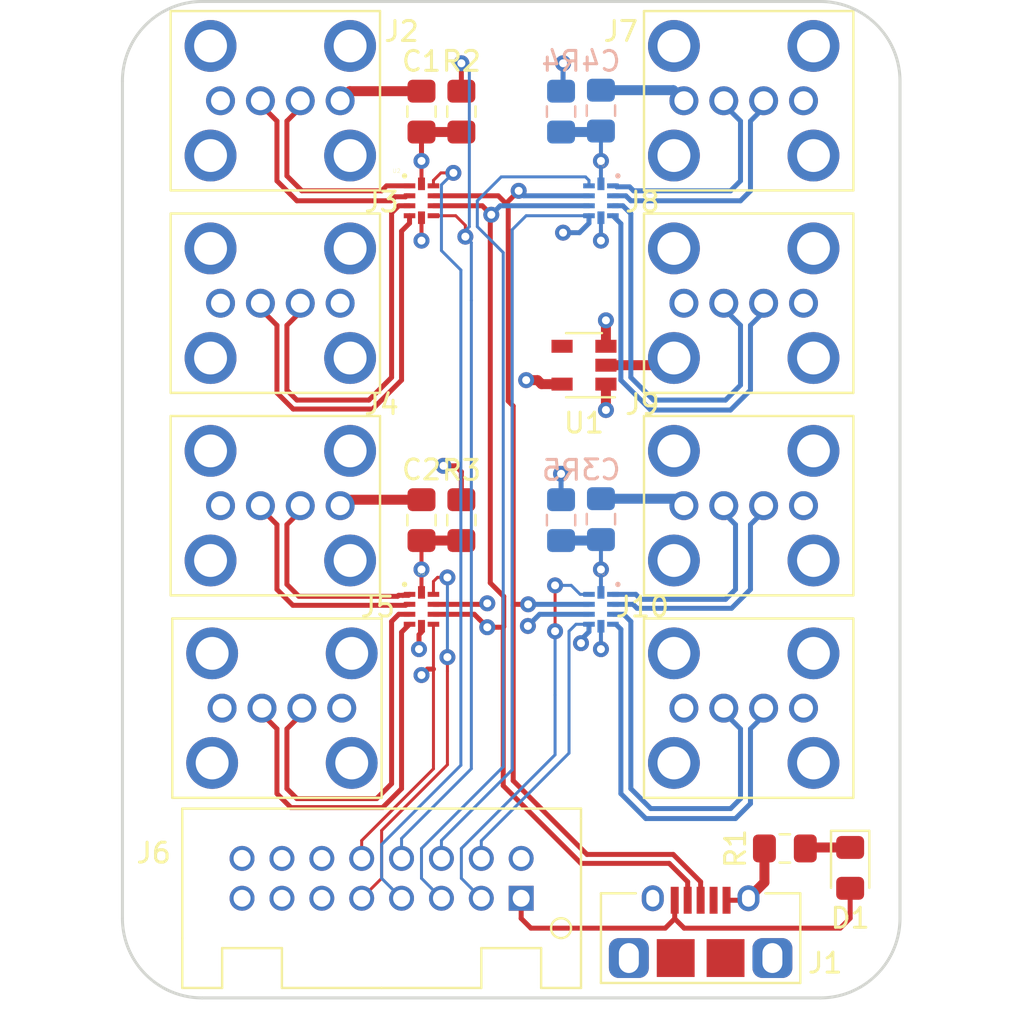
<source format=kicad_pcb>
(kicad_pcb (version 20171130) (host pcbnew "(5.1.0)-1")
  (layers (0 F.Cu signal) (1 In1.Cu signal hide) (2 In2.Cu signal) (31 B.Cu signal) (34 B.Paste user) (35 F.Paste user hide) (36 B.SilkS user) (37 F.SilkS user) (38 B.Mask user) (39 F.Mask user) (44 Edge.Cuts user))
  (net 0 "")
  (net 1 GND)
  (net 2 +3V3)
  (net 3 "Net-(D1-Pad1)")
  (net 4 +5V)
  (net 5 GlobalD+)
  (net 6 "Net-(J1-Pad4)")
  (net 7 GlobalD-)
  (net 8 "Net-(J2-Pad2)")
  (net 9 "Net-(J2-Pad3)")
  (net 10 "Net-(J3-Pad3)")
  (net 11 "Net-(J3-Pad2)")
  (net 12 "Net-(J4-Pad2)")
  (net 13 "Net-(J4-Pad3)")
  (net 14 "Net-(J5-Pad3)")
  (net 15 "Net-(J5-Pad2)")
  (net 16 Bank1Switch)
  (net 17 Bank2Switch)
  (net 18 Bank3Switch)
  (net 19 Bank4Switch)
  (net 20 "Net-(J6-Pad6)")
  (net 21 "Net-(J6-Pad7)")
  (net 22 "Net-(J6-Pad10)")
  (net 23 "Net-(J6-Pad11)")
  (net 24 Bank4OE)
  (net 25 Bank3OE)
  (net 26 Bank2OE)
  (net 27 Bank1OE)
  (net 28 "Net-(J7-Pad3)")
  (net 29 "Net-(J7-Pad2)")
  (net 30 "Net-(J8-Pad2)")
  (net 31 "Net-(J8-Pad3)")
  (net 32 "Net-(J9-Pad2)")
  (net 33 "Net-(J9-Pad3)")
  (net 34 "Net-(J10-Pad3)")
  (net 35 "Net-(J10-Pad2)")
  (net 36 "Net-(U1-Pad4)")
  (module USB:Amphenol-MicroB (layer F.Cu) (at 139 137)
    (fp_text reference J1 (at 6.25 0.25) (layer F.SilkS))
    (fp_text value USB_B_Micro)
    (pad 6 smd rect (at -1.25 0) (size 1.9 1.9) (layers F.Cu F.Paste F.Mask))
    (pad 6 smd rect (at 1.25 0) (size 1.9 1.9) (layers F.Cu F.Paste F.Mask))
    (pad 6 thru_hole roundrect (at -3.6 0) (size 2 2) (drill oval 1 1.5) (layers *.Cu *.Mask))
    (pad 6 thru_hole roundrect (at 3.6 0) (size 2 2) (drill oval 1 1.5) (layers *.Cu *.Mask))
    (pad 3 smd rect (at 0 -2.9) (size 0.4 1.35) (layers F.Cu F.Paste F.Mask) (net 5 GlobalD+))
    (pad 4 smd rect (at 0.65 -2.9) (size 0.4 1.35) (layers F.Cu F.Paste F.Mask) (net 6 "Net-(J1-Pad4)"))
    (pad 5 smd rect (at 1.3 -2.9) (size 0.4 1.35) (layers F.Cu F.Paste F.Mask) (net 1 GND))
    (pad 2 smd rect (at -0.65 -2.9) (size 0.4 1.35) (layers F.Cu F.Paste F.Mask) (net 7 GlobalD-))
    (pad 1 smd rect (at -1.3 -2.9) (size 0.4 1.35) (layers F.Cu F.Paste F.Mask) (net 4 +5V))
    (pad 6 thru_hole oval (at -2.4 -3) (size 1.1 1.3) (drill oval 0.65 0.85) (layers *.Cu *.Mask))
    (pad 6 thru_hole oval (at 2.4 -3) (size 1.1 1.3) (drill oval 0.65 0.85) (layers *.Cu *.Mask))
  )
  (module TS3USB221A:QFN-10-RSE (layer F.Cu) (at 125 99)
    (fp_text reference U2 (at -1.25 -1.5) (layer F.SilkS) (effects (font (size 0.200088 0.200088) (thickness 0.015))))
    (fp_text value TS3USB221A)
    (pad 1 smd rect (at -0.6 -0.75) (size 0.58 0.25) (layers F.Cu F.Paste F.Mask) (net 9 "Net-(J2-Pad3)"))
    (pad 2 smd rect (at -0.6 -0.25) (size 0.58 0.25) (layers F.Cu F.Paste F.Mask) (net 8 "Net-(J2-Pad2)"))
    (pad 3 smd rect (at -0.6 0.25) (size 0.58 0.25) (layers F.Cu F.Paste F.Mask) (net 10 "Net-(J3-Pad3)"))
    (pad 4 smd rect (at -0.6 0.75) (size 0.58 0.25) (layers F.Cu F.Paste F.Mask) (net 11 "Net-(J3-Pad2)"))
    (pad 9 smd rect (at 0.6 -0.75) (size 0.58 0.25) (layers F.Cu F.Paste F.Mask) (net 18 Bank3Switch))
    (pad 8 smd rect (at 0.6 -0.25) (size 0.58 0.25) (layers F.Cu F.Paste F.Mask) (net 5 GlobalD+))
    (pad 7 smd rect (at 0.6 0.25) (size 0.58 0.25) (layers F.Cu F.Paste F.Mask) (net 7 GlobalD-))
    (pad 6 smd rect (at 0.6 0.75) (size 0.58 0.25) (layers F.Cu F.Paste F.Mask) (net 25 Bank3OE))
    (pad 10 smd rect (at 0 -0.85) (size 0.35 0.63) (layers F.Cu F.Paste F.Mask) (net 2 +3V3))
    (pad 5 smd rect (at 0 0.85) (size 0.35 0.63) (layers F.Cu F.Paste F.Mask) (net 1 GND))
  )
  (module TS3USB221A:QFN-10-RSE (layer F.Cu) (at 125 119.5)
    (fp_text reference U3 (at -0.015007 -1.827806) (layer F.SilkS) (effects (font (size 0.200088 0.200088) (thickness 0.015))))
    (fp_text value TS3USB221A)
    (pad 1 smd rect (at -0.6 -0.75) (size 0.58 0.25) (layers F.Cu F.Paste F.Mask) (net 13 "Net-(J4-Pad3)"))
    (pad 2 smd rect (at -0.6 -0.25) (size 0.58 0.25) (layers F.Cu F.Paste F.Mask) (net 12 "Net-(J4-Pad2)"))
    (pad 3 smd rect (at -0.6 0.25) (size 0.58 0.25) (layers F.Cu F.Paste F.Mask) (net 14 "Net-(J5-Pad3)"))
    (pad 4 smd rect (at -0.6 0.75) (size 0.58 0.25) (layers F.Cu F.Paste F.Mask) (net 15 "Net-(J5-Pad2)"))
    (pad 9 smd rect (at 0.6 -0.75) (size 0.58 0.25) (layers F.Cu F.Paste F.Mask) (net 19 Bank4Switch))
    (pad 8 smd rect (at 0.6 -0.25) (size 0.58 0.25) (layers F.Cu F.Paste F.Mask) (net 5 GlobalD+))
    (pad 7 smd rect (at 0.6 0.25) (size 0.58 0.25) (layers F.Cu F.Paste F.Mask) (net 7 GlobalD-))
    (pad 6 smd rect (at 0.6 0.75) (size 0.58 0.25) (layers F.Cu F.Paste F.Mask) (net 24 Bank4OE))
    (pad 10 smd rect (at 0 -0.85) (size 0.35 0.63) (layers F.Cu F.Paste F.Mask) (net 2 +3V3))
    (pad 5 smd rect (at 0 0.85) (size 0.35 0.63) (layers F.Cu F.Paste F.Mask) (net 1 GND))
  )
  (module TS3USB221A:QFN-10-RSE (layer B.Cu) (at 134 99 180)
    (fp_text reference U4 (at -0.015007 1.827806 180) (layer B.SilkS) (effects (font (size 0.200088 0.200088) (thickness 0.015)) (justify mirror)))
    (fp_text value TS3USB221A)
    (pad 1 smd rect (at -0.6 0.75 180) (size 0.58 0.25) (layers B.Cu B.Paste B.Mask) (net 28 "Net-(J7-Pad3)"))
    (pad 2 smd rect (at -0.6 0.25 180) (size 0.58 0.25) (layers B.Cu B.Paste B.Mask) (net 29 "Net-(J7-Pad2)"))
    (pad 3 smd rect (at -0.6 -0.25 180) (size 0.58 0.25) (layers B.Cu B.Paste B.Mask) (net 31 "Net-(J8-Pad3)"))
    (pad 4 smd rect (at -0.6 -0.75 180) (size 0.58 0.25) (layers B.Cu B.Paste B.Mask) (net 30 "Net-(J8-Pad2)"))
    (pad 9 smd rect (at 0.6 0.75 180) (size 0.58 0.25) (layers B.Cu B.Paste B.Mask) (net 16 Bank1Switch))
    (pad 8 smd rect (at 0.6 0.25 180) (size 0.58 0.25) (layers B.Cu B.Paste B.Mask) (net 5 GlobalD+))
    (pad 7 smd rect (at 0.6 -0.25 180) (size 0.58 0.25) (layers B.Cu B.Paste B.Mask) (net 7 GlobalD-))
    (pad 6 smd rect (at 0.6 -0.75 180) (size 0.58 0.25) (layers B.Cu B.Paste B.Mask) (net 27 Bank1OE))
    (pad 10 smd rect (at 0 0.85 180) (size 0.35 0.63) (layers B.Cu B.Paste B.Mask) (net 2 +3V3))
    (pad 5 smd rect (at 0 -0.85 180) (size 0.35 0.63) (layers B.Cu B.Paste B.Mask) (net 1 GND))
  )
  (module TS3USB221A:QFN-10-RSE (layer B.Cu) (at 134 119.5 180)
    (fp_text reference U5 (at -0.015007 1.827806 180) (layer B.SilkS) (effects (font (size 0.200088 0.200088) (thickness 0.015)) (justify mirror)))
    (fp_text value TS3USB221A)
    (pad 1 smd rect (at -0.6 0.75 180) (size 0.58 0.25) (layers B.Cu B.Paste B.Mask) (net 33 "Net-(J9-Pad3)"))
    (pad 2 smd rect (at -0.6 0.25 180) (size 0.58 0.25) (layers B.Cu B.Paste B.Mask) (net 32 "Net-(J9-Pad2)"))
    (pad 3 smd rect (at -0.6 -0.25 180) (size 0.58 0.25) (layers B.Cu B.Paste B.Mask) (net 34 "Net-(J10-Pad3)"))
    (pad 4 smd rect (at -0.6 -0.75 180) (size 0.58 0.25) (layers B.Cu B.Paste B.Mask) (net 35 "Net-(J10-Pad2)"))
    (pad 9 smd rect (at 0.6 0.75 180) (size 0.58 0.25) (layers B.Cu B.Paste B.Mask) (net 17 Bank2Switch))
    (pad 8 smd rect (at 0.6 0.25 180) (size 0.58 0.25) (layers B.Cu B.Paste B.Mask) (net 5 GlobalD+))
    (pad 7 smd rect (at 0.6 -0.25 180) (size 0.58 0.25) (layers B.Cu B.Paste B.Mask) (net 7 GlobalD-))
    (pad 6 smd rect (at 0.6 -0.75 180) (size 0.58 0.25) (layers B.Cu B.Paste B.Mask) (net 26 Bank2OE))
    (pad 10 smd rect (at 0 0.85 180) (size 0.35 0.63) (layers B.Cu B.Paste B.Mask) (net 2 +3V3))
    (pad 5 smd rect (at 0 -0.85 180) (size 0.35 0.63) (layers B.Cu B.Paste B.Mask) (net 1 GND))
  )
  (module Capacitor_SMD:C_0805_2012Metric_Pad1.15x1.40mm_HandSolder (layer F.Cu) (at 125 94.525 90)
    (fp_text reference C1 (at 2.525 0 180) (layer F.SilkS))
    (fp_text value 100nF)
    (pad 2 smd roundrect (at 1.025 0 90) (size 1.15 1.4) (layers F.Cu F.Paste F.Mask) (roundrect_rratio 0.217391) (net 1 GND))
    (pad 1 smd roundrect (at -1.025 0 90) (size 1.15 1.4) (layers F.Cu F.Paste F.Mask) (roundrect_rratio 0.217391) (net 2 +3V3))
  )
  (module Capacitor_SMD:C_0805_2012Metric_Pad1.15x1.40mm_HandSolder (layer F.Cu) (at 125 115.025 90)
    (fp_text reference C2 (at 2.525 0) (layer F.SilkS))
    (fp_text value 100nF)
    (pad 2 smd roundrect (at 1.025 0 90) (size 1.15 1.4) (layers F.Cu F.Paste F.Mask) (roundrect_rratio 0.217391) (net 1 GND))
    (pad 1 smd roundrect (at -1.025 0 90) (size 1.15 1.4) (layers F.Cu F.Paste F.Mask) (roundrect_rratio 0.217391) (net 2 +3V3))
  )
  (module SignalDoubleLock:DF51K-16DP-2SA (layer F.Cu) (at 123 133)
    (fp_text reference J6 (at -11.43 -1.27) (layer F.SilkS))
    (fp_text value DF51K-16DP-XXXX)
    (pad 1 thru_hole rect (at 7 1) (size 1.25 1.25) (drill 0.85) (layers *.Cu *.Mask) (net 4 +5V))
    (pad 2 thru_hole circle (at 5 1) (size 1.25 1.25) (drill 0.85) (layers *.Cu *.Mask) (net 17 Bank2Switch))
    (pad 3 thru_hole circle (at 3 1) (size 1.25 1.25) (drill 0.85) (layers *.Cu *.Mask) (net 16 Bank1Switch))
    (pad 4 thru_hole circle (at 1 1) (size 1.25 1.25) (drill 0.85) (layers *.Cu *.Mask) (net 18 Bank3Switch))
    (pad 5 thru_hole circle (at -1 1) (size 1.25 1.25) (drill 0.85) (layers *.Cu *.Mask) (net 19 Bank4Switch))
    (pad 6 thru_hole circle (at -3 1) (size 1.25 1.25) (drill 0.85) (layers *.Cu *.Mask) (net 20 "Net-(J6-Pad6)"))
    (pad 7 thru_hole circle (at -5 1) (size 1.25 1.25) (drill 0.85) (layers *.Cu *.Mask) (net 21 "Net-(J6-Pad7)"))
    (pad 8 thru_hole circle (at -7 1) (size 1.25 1.25) (drill 0.85) (layers *.Cu *.Mask) (net 1 GND))
    (pad 9 thru_hole circle (at -7 -1) (size 1.25 1.25) (drill 0.85) (layers *.Cu *.Mask) (net 1 GND))
    (pad 10 thru_hole circle (at -5 -1) (size 1.25 1.25) (drill 0.85) (layers *.Cu *.Mask) (net 22 "Net-(J6-Pad10)"))
    (pad 11 thru_hole circle (at -3 -1) (size 1.25 1.25) (drill 0.85) (layers *.Cu *.Mask) (net 23 "Net-(J6-Pad11)"))
    (pad 12 thru_hole circle (at -1 -1) (size 1.25 1.25) (drill 0.85) (layers *.Cu *.Mask) (net 24 Bank4OE))
    (pad 13 thru_hole circle (at 1 -1) (size 1.25 1.25) (drill 0.85) (layers *.Cu *.Mask) (net 25 Bank3OE))
    (pad 14 thru_hole circle (at 3 -1) (size 1.25 1.25) (drill 0.85) (layers *.Cu *.Mask) (net 27 Bank1OE))
    (pad 15 thru_hole circle (at 5 -1) (size 1.25 1.25) (drill 0.85) (layers *.Cu *.Mask) (net 26 Bank2OE))
    (pad 16 thru_hole circle (at 7 -1) (size 1.25 1.25) (drill 0.85) (layers *.Cu *.Mask) (net 1 GND))
  )
  (module USB:KUSBXHT-SLAS1N-O-HRF (layer F.Cu) (at 117.92 93.98)
    (fp_text reference J2 (at 6.08 -3.48) (layer F.SilkS))
    (fp_text value USB_A)
    (pad 4 thru_hole circle (at 3 0) (size 1.45 1.45) (drill 0.95) (layers *.Cu *.Mask) (net 1 GND))
    (pad 3 thru_hole circle (at 1 0) (size 1.45 1.45) (drill 0.95) (layers *.Cu *.Mask) (net 9 "Net-(J2-Pad3)"))
    (pad 2 thru_hole circle (at -1 0) (size 1.45 1.45) (drill 0.95) (layers *.Cu *.Mask) (net 8 "Net-(J2-Pad2)"))
    (pad 1 thru_hole circle (at -3 0) (size 1.45 1.45) (drill 0.95) (layers *.Cu *.Mask) (net 4 +5V))
    (pad 5 thru_hole circle (at -3.5 2.75) (size 2.6 2.6) (drill 1.65) (layers *.Cu *.Mask) (net 1 GND))
    (pad 5 thru_hole circle (at 3.5 2.75) (size 2.6 2.6) (drill 1.65) (layers *.Cu *.Mask) (net 1 GND))
    (pad 5 thru_hole circle (at 3.5 -2.75) (size 2.6 2.6) (drill 1.65) (layers *.Cu *.Mask) (net 1 GND))
    (pad 5 thru_hole circle (at -3.5 -2.75) (size 2.6 2.6) (drill 1.65) (layers *.Cu *.Mask) (net 1 GND))
  )
  (module USB:KUSBXHT-SLAS1N-O-HRF (layer F.Cu) (at 117.92 104.14)
    (fp_text reference J3 (at 5.08 -5.08) (layer F.SilkS))
    (fp_text value USB_A)
    (pad 4 thru_hole circle (at 3 0) (size 1.45 1.45) (drill 0.95) (layers *.Cu *.Mask) (net 1 GND))
    (pad 3 thru_hole circle (at 1 0) (size 1.45 1.45) (drill 0.95) (layers *.Cu *.Mask) (net 10 "Net-(J3-Pad3)"))
    (pad 2 thru_hole circle (at -1 0) (size 1.45 1.45) (drill 0.95) (layers *.Cu *.Mask) (net 11 "Net-(J3-Pad2)"))
    (pad 1 thru_hole circle (at -3 0) (size 1.45 1.45) (drill 0.95) (layers *.Cu *.Mask) (net 4 +5V))
    (pad 5 thru_hole circle (at -3.5 2.75) (size 2.6 2.6) (drill 1.65) (layers *.Cu *.Mask) (net 1 GND))
    (pad 5 thru_hole circle (at 3.5 2.75) (size 2.6 2.6) (drill 1.65) (layers *.Cu *.Mask) (net 1 GND))
    (pad 5 thru_hole circle (at 3.5 -2.75) (size 2.6 2.6) (drill 1.65) (layers *.Cu *.Mask) (net 1 GND))
    (pad 5 thru_hole circle (at -3.5 -2.75) (size 2.6 2.6) (drill 1.65) (layers *.Cu *.Mask) (net 1 GND))
  )
  (module USB:KUSBXHT-SLAS1N-O-HRF (layer F.Cu) (at 117.92 114.3)
    (fp_text reference J4 (at 5.08 -5.08) (layer F.SilkS))
    (fp_text value USB_A)
    (pad 4 thru_hole circle (at 3 0) (size 1.45 1.45) (drill 0.95) (layers *.Cu *.Mask) (net 1 GND))
    (pad 3 thru_hole circle (at 1 0) (size 1.45 1.45) (drill 0.95) (layers *.Cu *.Mask) (net 13 "Net-(J4-Pad3)"))
    (pad 2 thru_hole circle (at -1 0) (size 1.45 1.45) (drill 0.95) (layers *.Cu *.Mask) (net 12 "Net-(J4-Pad2)"))
    (pad 1 thru_hole circle (at -3 0) (size 1.45 1.45) (drill 0.95) (layers *.Cu *.Mask) (net 4 +5V))
    (pad 5 thru_hole circle (at -3.5 2.75) (size 2.6 2.6) (drill 1.65) (layers *.Cu *.Mask) (net 1 GND))
    (pad 5 thru_hole circle (at 3.5 2.75) (size 2.6 2.6) (drill 1.65) (layers *.Cu *.Mask) (net 1 GND))
    (pad 5 thru_hole circle (at 3.5 -2.75) (size 2.6 2.6) (drill 1.65) (layers *.Cu *.Mask) (net 1 GND))
    (pad 5 thru_hole circle (at -3.5 -2.75) (size 2.6 2.6) (drill 1.65) (layers *.Cu *.Mask) (net 1 GND))
  )
  (module USB:KUSBXHT-SLAS1N-O-HRF (layer F.Cu) (at 118 124.46)
    (fp_text reference J5 (at 4.81 -5.08) (layer F.SilkS))
    (fp_text value USB_A)
    (pad 4 thru_hole circle (at 3 0) (size 1.45 1.45) (drill 0.95) (layers *.Cu *.Mask) (net 1 GND))
    (pad 3 thru_hole circle (at 1 0) (size 1.45 1.45) (drill 0.95) (layers *.Cu *.Mask) (net 14 "Net-(J5-Pad3)"))
    (pad 2 thru_hole circle (at -1 0) (size 1.45 1.45) (drill 0.95) (layers *.Cu *.Mask) (net 15 "Net-(J5-Pad2)"))
    (pad 1 thru_hole circle (at -3 0) (size 1.45 1.45) (drill 0.95) (layers *.Cu *.Mask) (net 4 +5V))
    (pad 5 thru_hole circle (at -3.5 2.75) (size 2.6 2.6) (drill 1.65) (layers *.Cu *.Mask) (net 1 GND))
    (pad 5 thru_hole circle (at 3.5 2.75) (size 2.6 2.6) (drill 1.65) (layers *.Cu *.Mask) (net 1 GND))
    (pad 5 thru_hole circle (at 3.5 -2.75) (size 2.6 2.6) (drill 1.65) (layers *.Cu *.Mask) (net 1 GND))
    (pad 5 thru_hole circle (at -3.5 -2.75) (size 2.6 2.6) (drill 1.65) (layers *.Cu *.Mask) (net 1 GND))
  )
  (module USB:KUSBXHT-SLAS1N-O-HRF (layer F.Cu) (at 141.16 93.98 180)
    (fp_text reference J7 (at 6.16 3.48 180) (layer F.SilkS))
    (fp_text value USB_A)
    (pad 4 thru_hole circle (at 3 0 180) (size 1.45 1.45) (drill 0.95) (layers *.Cu *.Mask) (net 1 GND))
    (pad 3 thru_hole circle (at 1 0 180) (size 1.45 1.45) (drill 0.95) (layers *.Cu *.Mask) (net 28 "Net-(J7-Pad3)"))
    (pad 2 thru_hole circle (at -1 0 180) (size 1.45 1.45) (drill 0.95) (layers *.Cu *.Mask) (net 29 "Net-(J7-Pad2)"))
    (pad 1 thru_hole circle (at -3 0 180) (size 1.45 1.45) (drill 0.95) (layers *.Cu *.Mask) (net 4 +5V))
    (pad 5 thru_hole circle (at -3.5 2.75 180) (size 2.6 2.6) (drill 1.65) (layers *.Cu *.Mask) (net 1 GND))
    (pad 5 thru_hole circle (at 3.5 2.75 180) (size 2.6 2.6) (drill 1.65) (layers *.Cu *.Mask) (net 1 GND))
    (pad 5 thru_hole circle (at 3.5 -2.75 180) (size 2.6 2.6) (drill 1.65) (layers *.Cu *.Mask) (net 1 GND))
    (pad 5 thru_hole circle (at -3.5 -2.75 180) (size 2.6 2.6) (drill 1.65) (layers *.Cu *.Mask) (net 1 GND))
  )
  (module USB:KUSBXHT-SLAS1N-O-HRF (layer F.Cu) (at 141.16 104.14 180)
    (fp_text reference J8 (at 5.08 5.08 180) (layer F.SilkS))
    (fp_text value USB_A)
    (pad 4 thru_hole circle (at 3 0 180) (size 1.45 1.45) (drill 0.95) (layers *.Cu *.Mask) (net 1 GND))
    (pad 3 thru_hole circle (at 1 0 180) (size 1.45 1.45) (drill 0.95) (layers *.Cu *.Mask) (net 31 "Net-(J8-Pad3)"))
    (pad 2 thru_hole circle (at -1 0 180) (size 1.45 1.45) (drill 0.95) (layers *.Cu *.Mask) (net 30 "Net-(J8-Pad2)"))
    (pad 1 thru_hole circle (at -3 0 180) (size 1.45 1.45) (drill 0.95) (layers *.Cu *.Mask) (net 4 +5V))
    (pad 5 thru_hole circle (at -3.5 2.75 180) (size 2.6 2.6) (drill 1.65) (layers *.Cu *.Mask) (net 1 GND))
    (pad 5 thru_hole circle (at 3.5 2.75 180) (size 2.6 2.6) (drill 1.65) (layers *.Cu *.Mask) (net 1 GND))
    (pad 5 thru_hole circle (at 3.5 -2.75 180) (size 2.6 2.6) (drill 1.65) (layers *.Cu *.Mask) (net 1 GND))
    (pad 5 thru_hole circle (at -3.5 -2.75 180) (size 2.6 2.6) (drill 1.65) (layers *.Cu *.Mask) (net 1 GND))
  )
  (module USB:KUSBXHT-SLAS1N-O-HRF (layer F.Cu) (at 141.16 114.3 180)
    (fp_text reference J9 (at 5.08 5.08 180) (layer F.SilkS))
    (fp_text value USB_A)
    (pad 4 thru_hole circle (at 3 0 180) (size 1.45 1.45) (drill 0.95) (layers *.Cu *.Mask) (net 1 GND))
    (pad 3 thru_hole circle (at 1 0 180) (size 1.45 1.45) (drill 0.95) (layers *.Cu *.Mask) (net 33 "Net-(J9-Pad3)"))
    (pad 2 thru_hole circle (at -1 0 180) (size 1.45 1.45) (drill 0.95) (layers *.Cu *.Mask) (net 32 "Net-(J9-Pad2)"))
    (pad 1 thru_hole circle (at -3 0 180) (size 1.45 1.45) (drill 0.95) (layers *.Cu *.Mask) (net 4 +5V))
    (pad 5 thru_hole circle (at -3.5 2.75 180) (size 2.6 2.6) (drill 1.65) (layers *.Cu *.Mask) (net 1 GND))
    (pad 5 thru_hole circle (at 3.5 2.75 180) (size 2.6 2.6) (drill 1.65) (layers *.Cu *.Mask) (net 1 GND))
    (pad 5 thru_hole circle (at 3.5 -2.75 180) (size 2.6 2.6) (drill 1.65) (layers *.Cu *.Mask) (net 1 GND))
    (pad 5 thru_hole circle (at -3.5 -2.75 180) (size 2.6 2.6) (drill 1.65) (layers *.Cu *.Mask) (net 1 GND))
  )
  (module USB:KUSBXHT-SLAS1N-O-HRF (layer F.Cu) (at 141.16 124.46 180)
    (fp_text reference J10 (at 5.08 5.08 180) (layer F.SilkS))
    (fp_text value USB_A)
    (pad 4 thru_hole circle (at 3 0 180) (size 1.45 1.45) (drill 0.95) (layers *.Cu *.Mask) (net 1 GND))
    (pad 3 thru_hole circle (at 1 0 180) (size 1.45 1.45) (drill 0.95) (layers *.Cu *.Mask) (net 34 "Net-(J10-Pad3)"))
    (pad 2 thru_hole circle (at -1 0 180) (size 1.45 1.45) (drill 0.95) (layers *.Cu *.Mask) (net 35 "Net-(J10-Pad2)"))
    (pad 1 thru_hole circle (at -3 0 180) (size 1.45 1.45) (drill 0.95) (layers *.Cu *.Mask) (net 4 +5V))
    (pad 5 thru_hole circle (at -3.5 2.75 180) (size 2.6 2.6) (drill 1.65) (layers *.Cu *.Mask) (net 1 GND))
    (pad 5 thru_hole circle (at 3.5 2.75 180) (size 2.6 2.6) (drill 1.65) (layers *.Cu *.Mask) (net 1 GND))
    (pad 5 thru_hole circle (at 3.5 -2.75 180) (size 2.6 2.6) (drill 1.65) (layers *.Cu *.Mask) (net 1 GND))
    (pad 5 thru_hole circle (at -3.5 -2.75 180) (size 2.6 2.6) (drill 1.65) (layers *.Cu *.Mask) (net 1 GND))
  )
  (module Capacitor_SMD:C_0805_2012Metric_Pad1.15x1.40mm_HandSolder (layer B.Cu) (at 134 114.975 90)
    (fp_text reference C3 (at 2.475 0 180) (layer B.SilkS) (effects (justify mirror)))
    (fp_text value 100nF)
    (pad 1 smd roundrect (at -1.025 0 90) (size 1.15 1.4) (layers B.Cu B.Paste B.Mask) (roundrect_rratio 0.217391) (net 2 +3V3))
    (pad 2 smd roundrect (at 1.025 0 90) (size 1.15 1.4) (layers B.Cu B.Paste B.Mask) (roundrect_rratio 0.217391) (net 1 GND))
  )
  (module Capacitor_SMD:C_0805_2012Metric_Pad1.15x1.40mm_HandSolder (layer B.Cu) (at 134 94.475 90)
    (fp_text reference C4 (at 2.475 0 180) (layer B.SilkS) (effects (justify mirror)))
    (fp_text value 100nF)
    (pad 1 smd roundrect (at -1.025 0 90) (size 1.15 1.4) (layers B.Cu B.Paste B.Mask) (roundrect_rratio 0.217391) (net 2 +3V3))
    (pad 2 smd roundrect (at 1.025 0 90) (size 1.15 1.4) (layers B.Cu B.Paste B.Mask) (roundrect_rratio 0.217391) (net 1 GND))
  )
  (module LED_SMD:LED_0805_2012Metric_Pad1.15x1.40mm_HandSolder (layer F.Cu) (at 146.5 132.475 270)
    (fp_text reference D1 (at 2.525 0 180) (layer F.SilkS))
    (fp_text value "PWR GOOD")
    (pad 1 smd roundrect (at -1.025 0 270) (size 1.15 1.4) (layers F.Cu F.Paste F.Mask) (roundrect_rratio 0.217391) (net 3 "Net-(D1-Pad1)"))
    (pad 2 smd roundrect (at 1.025 0 270) (size 1.15 1.4) (layers F.Cu F.Paste F.Mask) (roundrect_rratio 0.217391) (net 4 +5V))
  )
  (module Resistor_SMD:R_0805_2012Metric_Pad1.15x1.40mm_HandSolder (layer F.Cu) (at 143.225 131.5)
    (fp_text reference R1 (at -2.475 0 90) (layer F.SilkS))
    (fp_text value 500)
    (pad 1 smd roundrect (at -1.025 0) (size 1.15 1.4) (layers F.Cu F.Paste F.Mask) (roundrect_rratio 0.217391) (net 1 GND))
    (pad 2 smd roundrect (at 1.025 0) (size 1.15 1.4) (layers F.Cu F.Paste F.Mask) (roundrect_rratio 0.217391) (net 3 "Net-(D1-Pad1)"))
  )
  (module Resistor_SMD:R_0805_2012Metric_Pad1.15x1.40mm_HandSolder (layer F.Cu) (at 127 94.525 90)
    (fp_text reference R2 (at 2.525 0 180) (layer F.SilkS))
    (fp_text value 10k)
    (pad 2 smd roundrect (at 1.025 0 90) (size 1.15 1.4) (layers F.Cu F.Paste F.Mask) (roundrect_rratio 0.217391) (net 25 Bank3OE))
    (pad 1 smd roundrect (at -1.025 0 90) (size 1.15 1.4) (layers F.Cu F.Paste F.Mask) (roundrect_rratio 0.217391) (net 2 +3V3))
  )
  (module Resistor_SMD:R_0805_2012Metric_Pad1.15x1.40mm_HandSolder (layer F.Cu) (at 127 115.025 90)
    (fp_text reference R3 (at 2.5 0 180) (layer F.SilkS))
    (fp_text value 10k)
    (pad 1 smd roundrect (at -1.025 0 90) (size 1.15 1.4) (layers F.Cu F.Paste F.Mask) (roundrect_rratio 0.217391) (net 2 +3V3))
    (pad 2 smd roundrect (at 1.025 0 90) (size 1.15 1.4) (layers F.Cu F.Paste F.Mask) (roundrect_rratio 0.217391) (net 24 Bank4OE))
  )
  (module Resistor_SMD:R_0805_2012Metric_Pad1.15x1.40mm_HandSolder (layer B.Cu) (at 132 94.525 90)
    (fp_text reference R4 (at 2.525 0 180) (layer B.SilkS) (effects (justify mirror)))
    (fp_text value 10k)
    (pad 2 smd roundrect (at 1.025 0 90) (size 1.15 1.4) (layers B.Cu B.Paste B.Mask) (roundrect_rratio 0.217391) (net 27 Bank1OE))
    (pad 1 smd roundrect (at -1.025 0 90) (size 1.15 1.4) (layers B.Cu B.Paste B.Mask) (roundrect_rratio 0.217391) (net 2 +3V3))
  )
  (module Resistor_SMD:R_0805_2012Metric_Pad1.15x1.40mm_HandSolder (layer B.Cu) (at 132 115.025 90)
    (fp_text reference R5 (at 2.5 0.025 180) (layer B.SilkS) (effects (justify mirror)))
    (fp_text value 10k)
    (pad 1 smd roundrect (at -1.025 0 90) (size 1.15 1.4) (layers B.Cu B.Paste B.Mask) (roundrect_rratio 0.217391) (net 2 +3V3))
    (pad 2 smd roundrect (at 1.025 0 90) (size 1.15 1.4) (layers B.Cu B.Paste B.Mask) (roundrect_rratio 0.217391) (net 26 Bank2OE))
  )
  (module Package_TO_SOT_SMD:SOT-23-5 (layer F.Cu) (at 133.15 107.25 180)
    (fp_text reference U1 (at 0 -2.9 180) (layer F.SilkS))
    (fp_text value TLV71333PDBV)
    (pad 1 smd rect (at -1.1 -0.95 180) (size 1.06 0.65) (layers F.Cu F.Paste F.Mask) (net 4 +5V))
    (pad 2 smd rect (at -1.1 0 180) (size 1.06 0.65) (layers F.Cu F.Paste F.Mask) (net 1 GND))
    (pad 3 smd rect (at -1.1 0.95 180) (size 1.06 0.65) (layers F.Cu F.Paste F.Mask) (net 4 +5V))
    (pad 4 smd rect (at 1.1 0.95 180) (size 1.06 0.65) (layers F.Cu F.Paste F.Mask) (net 36 "Net-(U1-Pad4)"))
    (pad 5 smd rect (at 1.1 -0.95 180) (size 1.06 0.65) (layers F.Cu F.Paste F.Mask) (net 2 +3V3))
  )
  (gr_arc (start 145 135) (end 145 139) (angle -90) (layer Edge.Cuts) (width 0.15))
  (gr_arc (start 114 135) (end 110 135) (angle -90) (layer Edge.Cuts) (width 0.15))
  (gr_arc (start 145 93) (end 149 93) (angle -90) (layer Edge.Cuts) (width 0.15))
  (gr_arc (start 114 93) (end 114 89) (angle -90) (layer Edge.Cuts) (width 0.15))
  (gr_line (start 145 89) (end 114 89) (layer Edge.Cuts) (width 0.15))
  (gr_line (start 149 135) (end 149 93) (layer Edge.Cuts) (width 0.15))
  (gr_line (start 114 139) (end 145 139) (layer Edge.Cuts) (width 0.15))
  (gr_line (start 110 93) (end 110 135) (layer Edge.Cuts) (width 0.15))
  (segment (start 141.3 134.1) (end 141.4 134) (width 0.25) (layer F.Cu) (net 1))
  (segment (start 140.3 134.1) (end 141.3 134.1) (width 0.25) (layer F.Cu) (net 1))
  (segment (start 125 99.85) (end 125 101) (width 0.2) (layer F.Cu) (net 1))
  (via (at 125 101) (size 0.8) (drill 0.4) (layers F.Cu B.Cu) (net 1))
  (segment (start 124.87499 120.934315) (end 124.87499 121.5) (width 0.25) (layer F.Cu) (net 1))
  (segment (start 125 120.650002) (end 124.87499 120.775012) (width 0.25) (layer F.Cu) (net 1))
  (via (at 124.87499 121.5) (size 0.8) (drill 0.4) (layers F.Cu B.Cu) (net 1))
  (segment (start 124.87499 120.775012) (end 124.87499 120.934315) (width 0.25) (layer F.Cu) (net 1))
  (via (at 134 101) (size 0.8) (drill 0.4) (layers F.Cu B.Cu) (net 1))
  (segment (start 134 101) (end 134 100.5) (width 0.2) (layer B.Cu) (net 1))
  (segment (start 134 99.85) (end 134 100.5) (width 0.2) (layer B.Cu) (net 1))
  (segment (start 134 100.5) (end 134 100.75) (width 0.2) (layer B.Cu) (net 1))
  (segment (start 134 120.35) (end 134 121.5) (width 0.2) (layer B.Cu) (net 1))
  (via (at 134 121.5) (size 0.8) (drill 0.4) (layers F.Cu B.Cu) (net 1))
  (segment (start 121.22 114) (end 120.92 114.3) (width 0.5) (layer F.Cu) (net 1))
  (segment (start 125 114) (end 121.22 114) (width 0.5) (layer F.Cu) (net 1))
  (segment (start 121.4 93.5) (end 120.92 93.98) (width 0.5) (layer F.Cu) (net 1))
  (segment (start 125 93.5) (end 121.4 93.5) (width 0.5) (layer F.Cu) (net 1))
  (segment (start 137.63 93.45) (end 138.16 93.98) (width 0.5) (layer B.Cu) (net 1))
  (segment (start 134 93.45) (end 137.63 93.45) (width 0.5) (layer B.Cu) (net 1))
  (segment (start 137.81 113.95) (end 138.16 114.3) (width 0.5) (layer B.Cu) (net 1))
  (segment (start 134 113.95) (end 137.81 113.95) (width 0.5) (layer B.Cu) (net 1))
  (segment (start 142.2 133.2) (end 141.4 134) (width 0.5) (layer F.Cu) (net 1))
  (segment (start 142.2 131.5) (end 142.2 133.2) (width 0.5) (layer F.Cu) (net 1))
  (segment (start 137.3 107.25) (end 137.66 106.89) (width 0.5) (layer F.Cu) (net 1))
  (segment (start 134.25 107.25) (end 137.3 107.25) (width 0.5) (layer F.Cu) (net 1))
  (segment (start 134 118.65) (end 134 117.75) (width 0.2) (layer B.Cu) (net 2))
  (via (at 134 117.5) (size 0.8) (drill 0.4) (layers F.Cu B.Cu) (net 2))
  (segment (start 134 116.275) (end 134 117.75) (width 0.2) (layer B.Cu) (net 2))
  (segment (start 134 98.15) (end 134 97.25) (width 0.2) (layer B.Cu) (net 2))
  (segment (start 134 97.25) (end 134 97) (width 0.2) (layer B.Cu) (net 2))
  (via (at 134 97) (size 0.8) (drill 0.4) (layers F.Cu B.Cu) (net 2))
  (segment (start 134 97) (end 134 95.5) (width 0.2) (layer B.Cu) (net 2))
  (segment (start 125 118.65) (end 125 117.5) (width 0.2) (layer F.Cu) (net 2))
  (via (at 125 117.5) (size 0.8) (drill 0.4) (layers F.Cu B.Cu) (net 2))
  (segment (start 125 117.5) (end 125 116.05) (width 0.2) (layer F.Cu) (net 2))
  (segment (start 133.95 116.05) (end 134 116) (width 0.5) (layer B.Cu) (net 2))
  (segment (start 132 116.05) (end 133.95 116.05) (width 0.5) (layer B.Cu) (net 2))
  (segment (start 133.95 95.55) (end 134 95.5) (width 0.5) (layer B.Cu) (net 2))
  (segment (start 132 95.55) (end 133.95 95.55) (width 0.5) (layer B.Cu) (net 2))
  (segment (start 127 95.55) (end 125 95.55) (width 0.5) (layer F.Cu) (net 2))
  (segment (start 127 116.05) (end 125 116.05) (width 0.5) (layer F.Cu) (net 2))
  (segment (start 131.02 108.2) (end 130.82 108) (width 0.5) (layer F.Cu) (net 2))
  (segment (start 132.05 108.2) (end 131.02 108.2) (width 0.5) (layer F.Cu) (net 2))
  (segment (start 130.82 108) (end 130.25 108) (width 0.5) (layer F.Cu) (net 2))
  (via (at 130.25 108) (size 0.8) (drill 0.4) (layers F.Cu B.Cu) (net 2))
  (segment (start 125 98.15) (end 125 97) (width 0.2) (layer F.Cu) (net 2))
  (via (at 125 97) (size 0.8) (drill 0.4) (layers F.Cu B.Cu) (net 2))
  (segment (start 125 97) (end 125 95.55) (width 0.25) (layer F.Cu) (net 2))
  (segment (start 144.3 131.45) (end 144.25 131.5) (width 0.5) (layer F.Cu) (net 3))
  (segment (start 146.5 131.45) (end 144.3 131.45) (width 0.5) (layer F.Cu) (net 3))
  (segment (start 137.7 135.025) (end 137.7 134.1) (width 0.25) (layer F.Cu) (net 4))
  (segment (start 130 135.012) (end 130 134) (width 0.25) (layer F.Cu) (net 4))
  (segment (start 130.488 135.5) (end 130 135.012) (width 0.25) (layer F.Cu) (net 4))
  (segment (start 137.7 135.025) (end 137.225 135.5) (width 0.25) (layer F.Cu) (net 4))
  (segment (start 137.225 135.5) (end 130.488 135.5) (width 0.25) (layer F.Cu) (net 4))
  (segment (start 137.7 135.025) (end 138.175 135.5) (width 0.25) (layer F.Cu) (net 4))
  (segment (start 138.175 135.5) (end 146 135.5) (width 0.25) (layer F.Cu) (net 4))
  (segment (start 146.5 135) (end 146.5 133.5) (width 0.25) (layer F.Cu) (net 4))
  (segment (start 146 135.5) (end 146.5 135) (width 0.25) (layer F.Cu) (net 4))
  (segment (start 134.25 106.3) (end 134.25 105) (width 0.5) (layer F.Cu) (net 4))
  (via (at 134.25 105) (size 0.8) (drill 0.4) (layers F.Cu B.Cu) (net 4))
  (segment (start 134.25 108.2) (end 134.25 109.5) (width 0.5) (layer F.Cu) (net 4))
  (via (at 134.25 109.5) (size 0.8) (drill 0.4) (layers F.Cu B.Cu) (net 4))
  (segment (start 129.3 99.2) (end 128.85 98.75) (width 0.25) (layer F.Cu) (net 5))
  (segment (start 128.85 98.75) (end 125.6 98.75) (width 0.25) (layer F.Cu) (net 5))
  (segment (start 133.4 119.25) (end 130.35 119.25) (width 0.25) (layer B.Cu) (net 5))
  (via (at 130.35 119.25) (size 0.8) (drill 0.4) (layers F.Cu B.Cu) (net 5))
  (segment (start 130.3 119.3) (end 130.35 119.25) (width 0.25) (layer B.Cu) (net 5))
  (segment (start 129.350011 99.250011) (end 129.3 99.2) (width 0.25) (layer F.Cu) (net 5))
  (segment (start 129.350011 109.050011) (end 129.350011 99.250011) (width 0.25) (layer F.Cu) (net 5))
  (segment (start 139 133.175) (end 137.624989 131.799989) (width 0.25) (layer F.Cu) (net 5))
  (segment (start 139 134.1) (end 139 133.175) (width 0.25) (layer F.Cu) (net 5))
  (segment (start 129.6 109.3) (end 129.350011 109.050011) (width 0.25) (layer F.Cu) (net 5))
  (segment (start 133.299989 131.799989) (end 129.6 128.1) (width 0.25) (layer F.Cu) (net 5))
  (segment (start 137.624989 131.799989) (end 133.299989 131.799989) (width 0.25) (layer F.Cu) (net 5))
  (segment (start 130.35 119.25) (end 129.65 119.25) (width 0.25) (layer F.Cu) (net 5))
  (segment (start 129.6 128.1) (end 129.6 119.3) (width 0.25) (layer F.Cu) (net 5))
  (segment (start 129.65 119.25) (end 129.6 119.3) (width 0.25) (layer F.Cu) (net 5))
  (segment (start 129.6 119.3) (end 129.6 109.3) (width 0.25) (layer F.Cu) (net 5))
  (segment (start 133.4 98.75) (end 130.125001 98.75) (width 0.25) (layer B.Cu) (net 5))
  (segment (start 129.475011 98.900008) (end 129.87501 98.500009) (width 0.25) (layer F.Cu) (net 5))
  (segment (start 130.125001 98.75) (end 129.87501 98.500009) (width 0.25) (layer B.Cu) (net 5))
  (segment (start 129.3 99.075019) (end 129.475011 98.900008) (width 0.25) (layer F.Cu) (net 5))
  (segment (start 129.3 99.2) (end 129.3 99.075019) (width 0.25) (layer F.Cu) (net 5))
  (via (at 129.87501 98.500009) (size 0.8) (drill 0.4) (layers F.Cu B.Cu) (net 5))
  (via (at 128.3 119.199999) (size 0.8) (drill 0.4) (layers F.Cu B.Cu) (net 5))
  (segment (start 128.249999 119.25) (end 128.3 119.199999) (width 0.25) (layer F.Cu) (net 5))
  (segment (start 125.6 119.25) (end 128.249999 119.25) (width 0.25) (layer F.Cu) (net 5))
  (segment (start 138.35 133.175) (end 137.425 132.25) (width 0.25) (layer F.Cu) (net 7))
  (segment (start 138.35 134.1) (end 138.35 133.175) (width 0.25) (layer F.Cu) (net 7))
  (segment (start 137.425 132.25) (end 133 132.25) (width 0.25) (layer F.Cu) (net 7))
  (segment (start 133 132.25) (end 129.1 128.35) (width 0.25) (layer F.Cu) (net 7))
  (segment (start 129.1 128.35) (end 129.1 120.4) (width 0.25) (layer F.Cu) (net 7))
  (segment (start 133.4 119.75) (end 130.923002 119.75) (width 0.25) (layer B.Cu) (net 7))
  (segment (start 130.923002 119.75) (end 130.336501 120.336501) (width 0.25) (layer B.Cu) (net 7))
  (segment (start 130.336501 120.336501) (end 130.273002 120.4) (width 0.25) (layer B.Cu) (net 7))
  (via (at 130.336501 120.336501) (size 0.8) (drill 0.4) (layers F.Cu B.Cu) (net 7))
  (segment (start 128.865685 120.399994) (end 128.3 120.399994) (width 0.25) (layer F.Cu) (net 7))
  (segment (start 129.099994 120.399994) (end 128.865685 120.399994) (width 0.25) (layer F.Cu) (net 7))
  (segment (start 129.1 120.4) (end 129.099994 120.399994) (width 0.25) (layer F.Cu) (net 7))
  (via (at 128.3 120.399994) (size 0.8) (drill 0.4) (layers F.Cu B.Cu) (net 7))
  (segment (start 127.900001 119.999995) (end 128.3 120.399994) (width 0.25) (layer F.Cu) (net 7))
  (segment (start 125.6 119.75) (end 127.650006 119.75) (width 0.25) (layer F.Cu) (net 7))
  (segment (start 127.650006 119.75) (end 127.900001 119.999995) (width 0.25) (layer F.Cu) (net 7))
  (segment (start 128.95 99.25) (end 128.899999 99.300001) (width 0.25) (layer B.Cu) (net 7))
  (via (at 128.5 99.7) (size 0.8) (drill 0.4) (layers F.Cu B.Cu) (net 7))
  (segment (start 128.899999 99.300001) (end 128.5 99.7) (width 0.25) (layer B.Cu) (net 7))
  (segment (start 133.4 99.25) (end 128.95 99.25) (width 0.25) (layer B.Cu) (net 7))
  (segment (start 128.45 99.75) (end 128.5 99.7) (width 0.25) (layer F.Cu) (net 7))
  (segment (start 128.45 118.176996) (end 128.45 99.75) (width 0.25) (layer F.Cu) (net 7))
  (segment (start 129.125003 118.851999) (end 128.45 118.176996) (width 0.25) (layer F.Cu) (net 7))
  (segment (start 129.1 120.4) (end 129.125002 120.374998) (width 0.25) (layer F.Cu) (net 7))
  (segment (start 129.125002 120.374998) (end 129.125003 118.851999) (width 0.25) (layer F.Cu) (net 7))
  (segment (start 128.05 99.25) (end 128.5 99.7) (width 0.25) (layer F.Cu) (net 7))
  (segment (start 125.6 99.25) (end 128.05 99.25) (width 0.25) (layer F.Cu) (net 7))
  (segment (start 117.75 98) (end 117.75 95) (width 0.25) (layer F.Cu) (net 8))
  (segment (start 124.25 98.75) (end 124.20001 98.79999) (width 0.25) (layer F.Cu) (net 8))
  (segment (start 116.92 94.17) (end 116.92 93.98) (width 0.25) (layer F.Cu) (net 8))
  (segment (start 124.4 98.75) (end 124.25 98.75) (width 0.25) (layer F.Cu) (net 8))
  (segment (start 124.20001 98.79999) (end 123.6736 98.79999) (width 0.25) (layer F.Cu) (net 8))
  (segment (start 123.6736 98.79999) (end 123.47359 99) (width 0.25) (layer F.Cu) (net 8))
  (segment (start 123.47359 99) (end 118.75 99) (width 0.25) (layer F.Cu) (net 8))
  (segment (start 117.75 95) (end 116.92 94.17) (width 0.25) (layer F.Cu) (net 8))
  (segment (start 118.75 99) (end 117.75 98) (width 0.25) (layer F.Cu) (net 8))
  (segment (start 118.92 94.33) (end 118.92 93.98) (width 0.25) (layer F.Cu) (net 9))
  (segment (start 123.25 98.25) (end 123 98.5) (width 0.25) (layer F.Cu) (net 9))
  (segment (start 124.4 98.25) (end 123.25 98.25) (width 0.25) (layer F.Cu) (net 9))
  (segment (start 123 98.5) (end 119 98.5) (width 0.25) (layer F.Cu) (net 9))
  (segment (start 119 98.5) (end 118.25 97.75) (width 0.25) (layer F.Cu) (net 9))
  (segment (start 118.25 97.75) (end 118.25 95) (width 0.25) (layer F.Cu) (net 9))
  (segment (start 118.25 95) (end 118.92 94.33) (width 0.25) (layer F.Cu) (net 9))
  (segment (start 118.25 108.5) (end 118.25 105.25) (width 0.25) (layer F.Cu) (net 10))
  (segment (start 123.86 99.25) (end 123.5 99.61) (width 0.25) (layer F.Cu) (net 10))
  (segment (start 124.4 99.25) (end 123.86 99.25) (width 0.25) (layer F.Cu) (net 10))
  (segment (start 118.25 105.25) (end 118.92 104.58) (width 0.25) (layer F.Cu) (net 10))
  (segment (start 123.5 99.61) (end 123.5 107.86359) (width 0.25) (layer F.Cu) (net 10))
  (segment (start 123.5 107.86359) (end 122.36359 109) (width 0.25) (layer F.Cu) (net 10))
  (segment (start 122.36359 109) (end 118.75 109) (width 0.25) (layer F.Cu) (net 10))
  (segment (start 118.92 104.58) (end 118.92 104.14) (width 0.25) (layer F.Cu) (net 10))
  (segment (start 118.75 109) (end 118.25 108.5) (width 0.25) (layer F.Cu) (net 10))
  (segment (start 116.92 104.42) (end 116.92 104.14) (width 0.25) (layer F.Cu) (net 11))
  (segment (start 117.75 105.25) (end 116.92 104.42) (width 0.25) (layer F.Cu) (net 11))
  (segment (start 117.75 108.636411) (end 117.75 105.25) (width 0.25) (layer F.Cu) (net 11))
  (segment (start 124.4 100.125) (end 124 100.525) (width 0.25) (layer F.Cu) (net 11))
  (segment (start 124 100.525) (end 124 108) (width 0.25) (layer F.Cu) (net 11))
  (segment (start 124.4 99.75) (end 124.4 100.125) (width 0.25) (layer F.Cu) (net 11))
  (segment (start 124 108) (end 122.54999 109.450011) (width 0.25) (layer F.Cu) (net 11))
  (segment (start 122.54999 109.450011) (end 118.5636 109.450011) (width 0.25) (layer F.Cu) (net 11))
  (segment (start 118.5636 109.450011) (end 117.75 108.636411) (width 0.25) (layer F.Cu) (net 11))
  (segment (start 116.92 114.42) (end 116.92 114.3) (width 0.25) (layer F.Cu) (net 12))
  (segment (start 124.4 119.25) (end 124.25 119.25) (width 0.25) (layer F.Cu) (net 12))
  (segment (start 124.25 119.25) (end 124.20001 119.29999) (width 0.25) (layer F.Cu) (net 12))
  (segment (start 124.20001 119.29999) (end 118.54999 119.29999) (width 0.25) (layer F.Cu) (net 12))
  (segment (start 118.54999 119.29999) (end 117.75 118.5) (width 0.25) (layer F.Cu) (net 12))
  (segment (start 117.75 118.5) (end 117.75 115.25) (width 0.25) (layer F.Cu) (net 12))
  (segment (start 117.75 115.25) (end 116.92 114.42) (width 0.25) (layer F.Cu) (net 12))
  (segment (start 118.25 115.25) (end 118.92 114.58) (width 0.25) (layer F.Cu) (net 13))
  (segment (start 118.84998 118.84998) (end 118.25 118.25) (width 0.25) (layer F.Cu) (net 13))
  (segment (start 118.25 118.25) (end 118.25 115.25) (width 0.25) (layer F.Cu) (net 13))
  (segment (start 124.35001 118.79999) (end 124.0636 118.79999) (width 0.25) (layer F.Cu) (net 13))
  (segment (start 124.0636 118.79999) (end 124.063591 118.799999) (width 0.25) (layer F.Cu) (net 13))
  (segment (start 124.063591 118.799999) (end 123.849999 118.799999) (width 0.25) (layer F.Cu) (net 13))
  (segment (start 124.4 118.75) (end 124.35001 118.79999) (width 0.25) (layer F.Cu) (net 13))
  (segment (start 123.849999 118.799999) (end 123.800018 118.84998) (width 0.25) (layer F.Cu) (net 13))
  (segment (start 118.92 114.58) (end 118.92 114.3) (width 0.25) (layer F.Cu) (net 13))
  (segment (start 123.800018 118.84998) (end 118.84998 118.84998) (width 0.25) (layer F.Cu) (net 13))
  (segment (start 119 124.75) (end 119 124.46) (width 0.25) (layer F.Cu) (net 14))
  (segment (start 118.25 125.5) (end 119 124.75) (width 0.25) (layer F.Cu) (net 14))
  (segment (start 123.86 119.75) (end 123.5 120.11) (width 0.25) (layer F.Cu) (net 14))
  (segment (start 124.4 119.75) (end 123.86 119.75) (width 0.25) (layer F.Cu) (net 14))
  (segment (start 123.5 120.11) (end 123.5 128.25) (width 0.25) (layer F.Cu) (net 14))
  (segment (start 118.25 128.5) (end 118.25 125.5) (width 0.25) (layer F.Cu) (net 14))
  (segment (start 123.5 128.25) (end 122.75 129) (width 0.25) (layer F.Cu) (net 14))
  (segment (start 122.75 129) (end 118.75 129) (width 0.25) (layer F.Cu) (net 14))
  (segment (start 118.75 129) (end 118.25 128.5) (width 0.25) (layer F.Cu) (net 14))
  (segment (start 117 124.75) (end 117 124.46) (width 0.25) (layer F.Cu) (net 15))
  (segment (start 124 120.65) (end 124 128.5) (width 0.25) (layer F.Cu) (net 15))
  (segment (start 124.4 120.25) (end 124 120.65) (width 0.25) (layer F.Cu) (net 15))
  (segment (start 124 128.5) (end 123.04999 129.45001) (width 0.25) (layer F.Cu) (net 15))
  (segment (start 123.04999 129.45001) (end 118.45001 129.45001) (width 0.25) (layer F.Cu) (net 15))
  (segment (start 117.75 125.5) (end 117 124.75) (width 0.25) (layer F.Cu) (net 15))
  (segment (start 118.45001 129.45001) (end 117.75 128.75) (width 0.25) (layer F.Cu) (net 15))
  (segment (start 117.75 128.75) (end 117.75 125.5) (width 0.25) (layer F.Cu) (net 15))
  (segment (start 133.225 97.8) (end 133.4 97.975) (width 0.15) (layer B.Cu) (net 16))
  (segment (start 129.000996 97.8) (end 133.225 97.8) (width 0.15) (layer B.Cu) (net 16))
  (segment (start 133.4 97.975) (end 133.4 98.25) (width 0.15) (layer B.Cu) (net 16))
  (segment (start 127.8 99.000996) (end 129.000996 97.8) (width 0.15) (layer B.Cu) (net 16))
  (segment (start 126 134) (end 125 133) (width 0.15) (layer B.Cu) (net 16))
  (segment (start 125 131.5) (end 129.1 127.4) (width 0.15) (layer B.Cu) (net 16))
  (segment (start 129.1 127.4) (end 129.1 101.6) (width 0.15) (layer B.Cu) (net 16))
  (segment (start 127.8 100.3) (end 127.8 99.000996) (width 0.15) (layer B.Cu) (net 16))
  (segment (start 125 133) (end 125 131.5) (width 0.15) (layer B.Cu) (net 16))
  (segment (start 129.1 101.6) (end 127.8 100.3) (width 0.15) (layer B.Cu) (net 16))
  (via (at 131.7 120.6) (size 0.8) (drill 0.4) (layers F.Cu B.Cu) (net 17))
  (segment (start 132.96 118.75) (end 132.51 118.3) (width 0.15) (layer B.Cu) (net 17))
  (segment (start 133.4 118.75) (end 132.96 118.75) (width 0.15) (layer B.Cu) (net 17))
  (segment (start 132.51 118.3) (end 131.7 118.3) (width 0.15) (layer B.Cu) (net 17))
  (via (at 131.7 118.3) (size 0.8) (drill 0.4) (layers F.Cu B.Cu) (net 17))
  (segment (start 131.7 118.3) (end 131.7 120.6) (width 0.15) (layer F.Cu) (net 17))
  (segment (start 131.7 126.8) (end 131.7 123.8) (width 0.15) (layer B.Cu) (net 17))
  (segment (start 131.7 123.8) (end 131.7 120.6) (width 0.15) (layer B.Cu) (net 17))
  (segment (start 127 131.5) (end 131.7 126.8) (width 0.15) (layer B.Cu) (net 17))
  (segment (start 128 134) (end 127 133) (width 0.15) (layer B.Cu) (net 17))
  (segment (start 127 133) (end 127 131.5) (width 0.15) (layer B.Cu) (net 17))
  (via (at 126.6 97.6) (size 0.8) (drill 0.4) (layers F.Cu B.Cu) (net 18))
  (segment (start 125.6 97.975) (end 125.975 97.6) (width 0.15) (layer F.Cu) (net 18))
  (segment (start 125.6 98.25) (end 125.6 97.975) (width 0.15) (layer F.Cu) (net 18))
  (segment (start 125.975 97.6) (end 126.6 97.6) (width 0.15) (layer F.Cu) (net 18))
  (segment (start 126 98.2) (end 126.6 97.6) (width 0.15) (layer B.Cu) (net 18))
  (segment (start 126 101.5) (end 126 98.2) (width 0.15) (layer B.Cu) (net 18))
  (segment (start 123 131.3) (end 126.975001 127.324999) (width 0.15) (layer B.Cu) (net 18))
  (segment (start 126.975001 127.324999) (end 126.975001 102.475001) (width 0.15) (layer B.Cu) (net 18))
  (segment (start 123 133) (end 123 131.3) (width 0.15) (layer B.Cu) (net 18))
  (segment (start 124 134) (end 123 133) (width 0.15) (layer B.Cu) (net 18))
  (segment (start 126.975001 102.475001) (end 126 101.5) (width 0.15) (layer B.Cu) (net 18))
  (segment (start 123 130.6) (end 126.3 127.3) (width 0.15) (layer F.Cu) (net 19))
  (segment (start 122 134) (end 123 133) (width 0.15) (layer F.Cu) (net 19))
  (segment (start 126.3 127.3) (end 126.3 122.6) (width 0.15) (layer F.Cu) (net 19))
  (segment (start 123 133) (end 123 130.6) (width 0.15) (layer F.Cu) (net 19))
  (segment (start 126.3 122.6) (end 126.3 122.1) (width 0.15) (layer F.Cu) (net 19))
  (segment (start 126.3 122.1) (end 126.3 121.9) (width 0.15) (layer F.Cu) (net 19))
  (segment (start 126.3 121.9) (end 126.3 121.9) (width 0.15) (layer F.Cu) (net 19))
  (via (at 126.3 121.9) (size 0.8) (drill 0.4) (layers F.Cu B.Cu) (net 19))
  (segment (start 126.3 121.9) (end 126.3 117.9) (width 0.15) (layer B.Cu) (net 19))
  (via (at 126.3 117.9) (size 0.8) (drill 0.4) (layers F.Cu B.Cu) (net 19))
  (segment (start 125.6 118.75) (end 125.6 118.1) (width 0.15) (layer F.Cu) (net 19))
  (segment (start 125.6 118.1) (end 125.8 117.9) (width 0.15) (layer F.Cu) (net 19))
  (segment (start 125.8 117.9) (end 126.3 117.9) (width 0.15) (layer F.Cu) (net 19))
  (segment (start 122 132) (end 122 131.10501) (width 0.15) (layer F.Cu) (net 24))
  (segment (start 125.599999 127.505011) (end 125.6 122.5) (width 0.15) (layer F.Cu) (net 24))
  (segment (start 122 131.10501) (end 125.599999 127.505011) (width 0.15) (layer F.Cu) (net 24))
  (segment (start 125.6 122.5) (end 125.6 120.25) (width 0.15) (layer F.Cu) (net 24))
  (segment (start 125.6 122.5) (end 125.3 122.5) (width 0.25) (layer F.Cu) (net 24))
  (segment (start 125.3 122.5) (end 125 122.8) (width 0.25) (layer F.Cu) (net 24))
  (via (at 125 122.8) (size 0.8) (drill 0.4) (layers F.Cu B.Cu) (net 24))
  (via (at 126.1 112.3) (size 0.8) (drill 0.4) (layers F.Cu B.Cu) (net 24))
  (segment (start 126.1 112.3) (end 126.7 112.3) (width 0.25) (layer F.Cu) (net 24))
  (segment (start 127 112.6) (end 127 114) (width 0.25) (layer F.Cu) (net 24))
  (segment (start 126.7 112.3) (end 127 112.6) (width 0.25) (layer F.Cu) (net 24))
  (segment (start 124 132) (end 124 131) (width 0.15) (layer B.Cu) (net 25))
  (segment (start 124 131) (end 127.5 127.5) (width 0.15) (layer B.Cu) (net 25))
  (segment (start 127.5 127.5) (end 127.5 104) (width 0.15) (layer B.Cu) (net 25))
  (segment (start 127.5 104) (end 127.5 101.1) (width 0.15) (layer B.Cu) (net 25))
  (segment (start 127.5 101.1) (end 127.2 100.8) (width 0.15) (layer B.Cu) (net 25))
  (via (at 127.2 100.8) (size 0.8) (drill 0.4) (layers F.Cu B.Cu) (net 25))
  (segment (start 126.04 99.75) (end 125.6 99.75) (width 0.15) (layer F.Cu) (net 25))
  (segment (start 126.715685 99.75) (end 126.04 99.75) (width 0.15) (layer F.Cu) (net 25))
  (segment (start 127.2 100.234315) (end 126.715685 99.75) (width 0.15) (layer F.Cu) (net 25))
  (segment (start 127.2 100.8) (end 127.2 100.234315) (width 0.15) (layer F.Cu) (net 25))
  (segment (start 127.2 100.8) (end 127.2 100.5) (width 0.15) (layer B.Cu) (net 25))
  (segment (start 127.2 100.5) (end 127.4 100.3) (width 0.15) (layer B.Cu) (net 25))
  (segment (start 127.4 100.3) (end 127.4 92.5) (width 0.15) (layer B.Cu) (net 25))
  (segment (start 127.4 92.5) (end 127 92.1) (width 0.15) (layer B.Cu) (net 25))
  (via (at 127 92.1) (size 0.8) (drill 0.4) (layers F.Cu B.Cu) (net 25))
  (segment (start 127 93.5) (end 127 92.1) (width 0.25) (layer F.Cu) (net 25))
  (segment (start 132.75 120.25) (end 133.4 120.25) (width 0.15) (layer B.Cu) (net 26))
  (segment (start 132.4 120.6) (end 132.75 120.25) (width 0.15) (layer B.Cu) (net 26))
  (segment (start 132.4 126.716117) (end 132.4 120.6) (width 0.15) (layer B.Cu) (net 26))
  (segment (start 128 132) (end 128 131.116117) (width 0.15) (layer B.Cu) (net 26))
  (segment (start 128 131.116117) (end 132.4 126.716117) (width 0.15) (layer B.Cu) (net 26))
  (segment (start 133.4 120.625) (end 133 121.025) (width 0.25) (layer B.Cu) (net 26))
  (segment (start 133.4 120.25) (end 133.4 120.625) (width 0.25) (layer B.Cu) (net 26))
  (segment (start 133 121.025) (end 133 121.2) (width 0.25) (layer B.Cu) (net 26))
  (via (at 133 121.2) (size 0.8) (drill 0.4) (layers F.Cu B.Cu) (net 26))
  (via (at 131.999998 112.7) (size 0.8) (drill 0.4) (layers F.Cu B.Cu) (net 26))
  (segment (start 131.999998 113.999998) (end 132 114) (width 0.25) (layer B.Cu) (net 26))
  (segment (start 131.999998 112.7) (end 131.999998 113.999998) (width 0.25) (layer B.Cu) (net 26))
  (segment (start 133.4 100.125) (end 132.925 100.6) (width 0.25) (layer B.Cu) (net 27))
  (segment (start 133.4 99.75) (end 133.4 100.125) (width 0.25) (layer B.Cu) (net 27))
  (segment (start 132.925 100.6) (end 132.1 100.6) (width 0.25) (layer B.Cu) (net 27))
  (via (at 132.1 100.6) (size 0.8) (drill 0.4) (layers F.Cu B.Cu) (net 27))
  (via (at 132.1 92.099996) (size 0.8) (drill 0.4) (layers F.Cu B.Cu) (net 27))
  (segment (start 132.1 93.4) (end 132 93.5) (width 0.25) (layer B.Cu) (net 27))
  (segment (start 132.1 92.099996) (end 132.1 93.4) (width 0.25) (layer B.Cu) (net 27))
  (segment (start 130.25 99.75) (end 133.4 99.75) (width 0.15) (layer B.Cu) (net 27))
  (segment (start 129.550011 100.449989) (end 130.25 99.75) (width 0.15) (layer B.Cu) (net 27))
  (segment (start 129.550011 127.549989) (end 129.550011 100.449989) (width 0.15) (layer B.Cu) (net 27))
  (segment (start 126 132) (end 126 131.1) (width 0.15) (layer B.Cu) (net 27))
  (segment (start 126 131.1) (end 129.550011 127.549989) (width 0.15) (layer B.Cu) (net 27))
  (segment (start 141 95) (end 140.16 94.16) (width 0.25) (layer B.Cu) (net 28))
  (segment (start 140.16 94.16) (end 140.16 93.98) (width 0.25) (layer B.Cu) (net 28))
  (segment (start 141 98) (end 141 95) (width 0.25) (layer B.Cu) (net 28))
  (segment (start 134.6 98.25) (end 134.75 98.25) (width 0.25) (layer B.Cu) (net 28))
  (segment (start 134.75 98.25) (end 134.79999 98.29999) (width 0.25) (layer B.Cu) (net 28))
  (segment (start 134.79999 98.29999) (end 135.4364 98.29999) (width 0.25) (layer B.Cu) (net 28))
  (segment (start 135.63641 98.5) (end 140.5 98.5) (width 0.25) (layer B.Cu) (net 28))
  (segment (start 135.4364 98.29999) (end 135.63641 98.5) (width 0.25) (layer B.Cu) (net 28))
  (segment (start 140.5 98.5) (end 141 98) (width 0.25) (layer B.Cu) (net 28))
  (segment (start 142.16 94.34) (end 142.16 93.98) (width 0.25) (layer B.Cu) (net 29))
  (segment (start 135.25 98.75) (end 135.5 99) (width 0.25) (layer B.Cu) (net 29))
  (segment (start 134.6 98.75) (end 135.25 98.75) (width 0.25) (layer B.Cu) (net 29))
  (segment (start 135.5 99) (end 141 99) (width 0.25) (layer B.Cu) (net 29))
  (segment (start 141 99) (end 141.5 98.5) (width 0.25) (layer B.Cu) (net 29))
  (segment (start 141.5 98.5) (end 141.5 95) (width 0.25) (layer B.Cu) (net 29))
  (segment (start 141.5 95) (end 142.16 94.34) (width 0.25) (layer B.Cu) (net 29))
  (segment (start 141.5 105.25) (end 142.16 104.59) (width 0.25) (layer B.Cu) (net 30))
  (segment (start 135 100.15) (end 135 108) (width 0.25) (layer B.Cu) (net 30))
  (segment (start 142.16 104.59) (end 142.16 104.14) (width 0.25) (layer B.Cu) (net 30))
  (segment (start 134.6 99.75) (end 135 100.15) (width 0.25) (layer B.Cu) (net 30))
  (segment (start 135 108) (end 136.5 109.5) (width 0.25) (layer B.Cu) (net 30))
  (segment (start 140.5 109.5) (end 141.5 108.5) (width 0.25) (layer B.Cu) (net 30))
  (segment (start 136.5 109.5) (end 140.5 109.5) (width 0.25) (layer B.Cu) (net 30))
  (segment (start 141.5 108.5) (end 141.5 105.25) (width 0.25) (layer B.Cu) (net 30))
  (segment (start 140.16 104.41) (end 140.16 104.14) (width 0.25) (layer B.Cu) (net 31))
  (segment (start 141 108.25) (end 141 105.25) (width 0.25) (layer B.Cu) (net 31))
  (segment (start 141 105.25) (end 140.16 104.41) (width 0.25) (layer B.Cu) (net 31))
  (segment (start 134.6 99.25) (end 135.100002 99.25) (width 0.25) (layer B.Cu) (net 31))
  (segment (start 135.5 99.649998) (end 135.5 107.86359) (width 0.25) (layer B.Cu) (net 31))
  (segment (start 135.100002 99.25) (end 135.5 99.649998) (width 0.25) (layer B.Cu) (net 31))
  (segment (start 135.5 107.86359) (end 136.63641 109) (width 0.25) (layer B.Cu) (net 31))
  (segment (start 136.63641 109) (end 140.25 109) (width 0.25) (layer B.Cu) (net 31))
  (segment (start 140.25 109) (end 141 108.25) (width 0.25) (layer B.Cu) (net 31))
  (segment (start 142.16 114.59) (end 142.16 114.3) (width 0.25) (layer B.Cu) (net 32))
  (segment (start 135.61359 119.25) (end 135.8136 119.45001) (width 0.25) (layer B.Cu) (net 32))
  (segment (start 134.6 119.25) (end 135.61359 119.25) (width 0.25) (layer B.Cu) (net 32))
  (segment (start 135.8136 119.45001) (end 140.54999 119.45001) (width 0.25) (layer B.Cu) (net 32))
  (segment (start 140.54999 119.45001) (end 141.5 118.5) (width 0.25) (layer B.Cu) (net 32))
  (segment (start 141.5 118.5) (end 141.5 115.25) (width 0.25) (layer B.Cu) (net 32))
  (segment (start 141.5 115.25) (end 142.16 114.59) (width 0.25) (layer B.Cu) (net 32))
  (segment (start 140.16 114.66) (end 140.16 114.3) (width 0.25) (layer B.Cu) (net 33))
  (segment (start 135.75 118.75) (end 136 119) (width 0.25) (layer B.Cu) (net 33))
  (segment (start 136 119) (end 140.25 119) (width 0.25) (layer B.Cu) (net 33))
  (segment (start 134.6 118.75) (end 135.75 118.75) (width 0.25) (layer B.Cu) (net 33))
  (segment (start 140.25 119) (end 140.75 118.5) (width 0.25) (layer B.Cu) (net 33))
  (segment (start 140.75 118.5) (end 140.75 115.25) (width 0.25) (layer B.Cu) (net 33))
  (segment (start 140.75 115.25) (end 140.16 114.66) (width 0.25) (layer B.Cu) (net 33))
  (segment (start 141 125.5) (end 140.16 124.66) (width 0.25) (layer B.Cu) (net 34))
  (segment (start 135.14 119.75) (end 135.5 120.11) (width 0.25) (layer B.Cu) (net 34))
  (segment (start 141 129) (end 141 125.5) (width 0.25) (layer B.Cu) (net 34))
  (segment (start 134.6 119.75) (end 135.14 119.75) (width 0.25) (layer B.Cu) (net 34))
  (segment (start 140.16 124.66) (end 140.16 124.46) (width 0.25) (layer B.Cu) (net 34))
  (segment (start 135.5 120.11) (end 135.5 128.5) (width 0.25) (layer B.Cu) (net 34))
  (segment (start 135.5 128.5) (end 136.5 129.5) (width 0.25) (layer B.Cu) (net 34))
  (segment (start 136.5 129.5) (end 140.5 129.5) (width 0.25) (layer B.Cu) (net 34))
  (segment (start 140.5 129.5) (end 141 129) (width 0.25) (layer B.Cu) (net 34))
  (segment (start 142.16 124.84) (end 142.16 124.46) (width 0.25) (layer B.Cu) (net 35))
  (segment (start 141.5 125.5) (end 142.16 124.84) (width 0.25) (layer B.Cu) (net 35))
  (segment (start 141.5 129.25) (end 141.5 125.5) (width 0.25) (layer B.Cu) (net 35))
  (segment (start 134.75 120.25) (end 135 120.5) (width 0.25) (layer B.Cu) (net 35))
  (segment (start 134.6 120.25) (end 134.75 120.25) (width 0.25) (layer B.Cu) (net 35))
  (segment (start 135 128.75) (end 136.25 130) (width 0.25) (layer B.Cu) (net 35))
  (segment (start 135 120.5) (end 135 128.75) (width 0.25) (layer B.Cu) (net 35))
  (segment (start 136.25 130) (end 140.75 130) (width 0.25) (layer B.Cu) (net 35))
  (segment (start 140.75 130) (end 141.5 129.25) (width 0.25) (layer B.Cu) (net 35))
)
</source>
